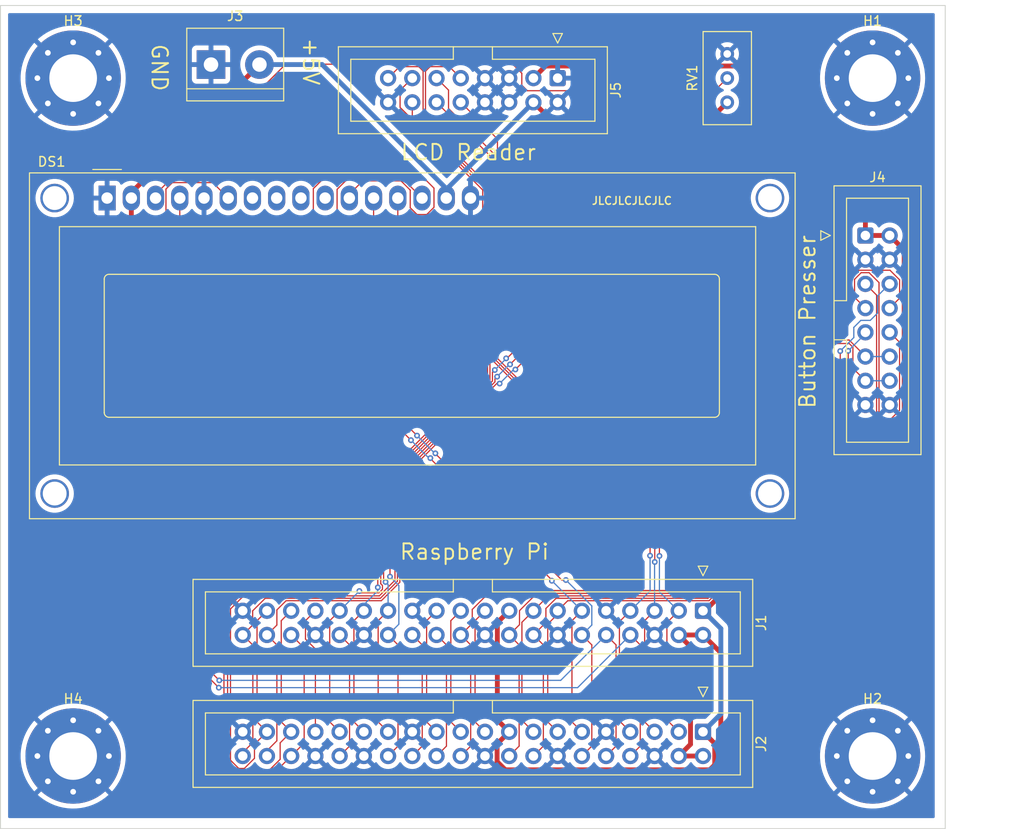
<source format=kicad_pcb>
(kicad_pcb (version 20211014) (generator pcbnew)
  (layers (0 "F.Cu" signal "Front") (31 "B.Cu" signal "Back") (34 "B.Paste" user) (35 "F.Paste" user) (36 "B.SilkS" user "B.Silkscreen") (37 "F.SilkS" user "F.Silkscreen") (38 "B.Mask" user) (39 "F.Mask" user) (44 "Edge.Cuts" user))
  (net 0 "")
  (net 1 "GND")
  (net 2 "+5V")
  (net 3 "Net-(DS1-Pad3)")
  (net 4 "/GPIO15")
  (net 5 "/GPIO14")
  (net 10 "/GPIO16")
  (net 11 "/GPIO17")
  (net 12 "/GPIO18")
  (net 13 "/GPIO19")
  (net 14 "+3V3")
  (net 15 "/GPIO2")
  (net 16 "/GPIO3")
  (net 17 "/GPIO4")
  (net 18 "/GPIO27")
  (net 19 "/GPIO22")
  (net 20 "/GPIO23")
  (net 21 "/GPIO24")
  (net 22 "/GPIO10")
  (net 23 "/GPIO9")
  (net 24 "/GPIO25")
  (net 25 "/GPIO11")
  (net 26 "/GPIO8")
  (net 27 "/GPIO7")
  (net 28 "/GPIO0")
  (net 29 "/GPIO1")
  (net 30 "/GPIO5")
  (net 31 "/GPIO6")
  (net 32 "/GPIO12")
  (net 33 "/GPIO13")
  (net 34 "/GPIO26")
  (net 35 "/GPIO20")
  (net 36 "/GPIO21")
  (footprint "Display:WC1602A" (layer "F.Cu") (at 61.18 70.2025)
    (fp_text reference "DS1")
    (fp_text value "WC1602A")
  )
  (footprint "Connector_IDC:IDC-Header_2x08_P2.54mm_Vertical" (layer "F.Cu") (at 140.6875 74.13)
    (fp_text reference "J4")
    (fp_text value "Conn_02x08_button_passthrough_pi_side")
  )
  (footprint "Connector_IDC:IDC-Header_2x08_P2.54mm_Vertical" (layer "F.Cu") (at 108.42 57.62 -90)
    (fp_text reference "J5")
    (fp_text value "Conn_02x08_lcd_pi_side")
  )
  (footprint "MountingHole:MountingHole_5mm_Pad_Via" (layer "F.Cu") (at 57.62 57.62)
    (fp_text reference "H3")
    (fp_text value "MountingHole_Pad")
  )
  (footprint "TerminalBlock:TerminalBlock_bornier-2_P5.08mm" (layer "F.Cu") (at 72.0726 56.1976)
    (fp_text reference "J3")
    (fp_text value "Screw_Terminal_01x02")
  )
  (footprint "MountingHole:MountingHole_5mm_Pad_Via" (layer "F.Cu") (at 141.44 128.74)
    (fp_text reference "H2")
    (fp_text value "MountingHole_Pad")
  )
  (footprint "MountingHole:MountingHole_5mm_Pad_Via" (layer "F.Cu") (at 57.62 128.74)
    (fp_text reference "H4")
    (fp_text value "MountingHole_Pad")
  )
  (footprint "MountingHole:MountingHole_5mm_Pad_Via" (layer "F.Cu") (at 141.44 57.62)
    (fp_text reference "H1")
    (fp_text value "MountingHole_Pad")
  )
  (footprint "Connector_IDC:IDC-Header_2x20_P2.54mm_Vertical" (layer "F.Cu") (at 123.66 126.2 -90)
    (fp_text reference "J2")
    (fp_text value "Raspberry_Pi_2_3")
  )
  (footprint "Connector_IDC:IDC-Header_2x20_P2.54mm_Vertical" (layer "F.Cu") (at 123.66 113.5 -90)
    (fp_text reference "J1")
    (fp_text value "Raspberry_Pi_2_3")
  )
  (footprint "Potentiometer_THT:Potentiometer_Bourns_3296W_Vertical" (layer "F.Cu") (at 126.2 55.08 90)
    (fp_text reference "RV1")
    (fp_text value "R_Potentiometer_Trim")
  )
  (gr_rect (start 50 50) (end 149.06 136.36) (layer "Edge.Cuts") (width 0.1) (fill none))
  (gr_text "LCD Reader" (at 99.06 65.405) (layer "F.SilkS") (effects (font (size 1.6256 1.6256) (thickness 0.2032))))
  (gr_text "JLCJLCJLCJLC" (at 116.205 70.485) (layer "F.SilkS") (effects (font (size 0.8128 0.8128) (thickness 0.1524))))
  (gr_text "Button Presser" (at 134.62 83.185 90) (layer "F.SilkS") (effects (font (size 1.6256 1.6256) (thickness 0.2032))))
  (gr_text "+5V" (at 82.55 55.88 -90) (layer "F.SilkS") (effects (font (size 1.6256 1.6256) (thickness 0.2032))))
  (gr_text "GND" (at 66.675 56.515 270) (layer "F.SilkS") (effects (font (size 1.6256 1.6256) (thickness 0.2032))))
  (gr_text "Raspberry Pi" (at 99.695 107.315) (layer "F.SilkS") (effects (font (size 1.6256 1.6256) (thickness 0.2032))))
  (segment (start 121.12 128.74) (end 122.351 127.509) (width 0.508) (layer "F.Cu") (net 2))
  (segment (start 125.5268 129.921) (end 124.2822 131.1656) (width 0.508) (layer "F.Cu") (net 2))
  (segment (start 124.2822 131.1656) (end 74.7522 131.1656) (width 0.508) (layer "F.Cu") (net 2))
  (segment (start 125.5268 117.9068) (end 125.5268 129.921) (width 0.508) (layer "F.Cu") (net 2))
  (segment (start 63.72 120.1334) (end 63.72 70.2025) (width 0.508) (layer "F.Cu") (net 2))
  (segment (start 122.351 127.509) (end 122.351 117.271) (width 0.508) (layer "F.Cu") (net 2))
  (segment (start 122.351 117.271) (end 121.12 116.04) (width 0.508) (layer "F.Cu") (net 2))
  (segment (start 123.66 116.04) (end 121.12 116.04) (width 0.508) (layer "F.Cu") (net 2))
  (segment (start 74.7522 131.1656) (end 63.72 120.1334) (width 0.508) (layer "F.Cu") (net 2))
  (segment (start 123.66 128.74) (end 121.12 128.74) (width 0.508) (layer "F.Cu") (net 2))
  (segment (start 126.2 60.16) (end 124.32769 62.03231) (width 0.508) (layer "F.Cu") (net 2))
  (segment (start 123.66 116.04) (end 125.5268 117.9068) (width 0.508) (layer "F.Cu") (net 2))
  (segment (start 107.75231 62.03231) (end 105.88 60.16) (width 0.508) (layer "F.Cu") (net 2))
  (segment (start 63.72 69.6302) (end 77.1526 56.1976) (width 0.508) (layer "F.Cu") (net 2))
  (segment (start 124.32769 62.03231) (end 107.75231 62.03231) (width 0.508) (layer "F.Cu") (net 2))
  (segment (start 96.74 69.2064) (end 83.7312 56.1976) (width 0.508) (layer "B.Cu") (net 2))
  (segment (start 105.88 60.16) (end 96.74 69.3) (width 0.508) (layer "B.Cu") (net 2))
  (segment (start 83.7312 56.1976) (end 77.1526 56.1976) (width 0.508) (layer "B.Cu") (net 2))
  (segment (start 104.6608 58.3566) (end 104.6608 57.112) (width 0.127) (layer "F.Cu") (net 3))
  (segment (start 79.9031 56.1594) (end 66.26 69.8025) (width 0.127) (layer "F.Cu") (net 3))
  (segment (start 105.245 58.9408) (end 104.6608 58.3566) (width 0.127) (layer "F.Cu") (net 3))
  (segment (start 104.6608 57.112) (end 103.7082 56.1594) (width 0.127) (layer "F.Cu") (net 3))
  (segment (start 126.2 57.62) (end 124.8792 58.9408) (width 0.127) (layer "F.Cu") (net 3))
  (segment (start 103.7082 56.1594) (end 79.9031 56.1594) (width 0.127) (layer "F.Cu") (net 3))
  (segment (start 124.8792 58.9408) (end 105.245 58.9408) (width 0.127) (layer "F.Cu") (net 3))
  (segment (start 114.5405 117.0805) (end 113.5 116.04) (width 0.127) (layer "F.Cu") (net 4))
  (segment (start 68.8 70.2025) (end 68.8 116.661) (width 0.127) (layer "F.Cu") (net 4))
  (segment (start 68.8 116.661) (end 72.9414 120.8024) (width 0.127) (layer "F.Cu") (net 4))
  (segment (start 113.5 128.74) (end 114.5405 127.6995) (width 0.127) (layer "F.Cu") (net 4))
  (segment (start 114.5405 127.6995) (end 114.5405 117.0805) (width 0.127) (layer "F.Cu") (net 4))
  (via (at 72.9414 120.8024) (size 0.6) (drill 0.3) (layers "F.Cu" "B.Cu") (net 4))
  (segment (start 108.7376 120.8024) (end 72.9414 120.8024) (width 0.127) (layer "B.Cu") (net 4))
  (segment (start 113.5 116.04) (end 108.7376 120.8024) (width 0.127) (layer "B.Cu") (net 4))
  (segment (start 73.88 70.2025) (end 72.2575 68.58) (width 0.127) (layer "F.Cu") (net 5))
  (segment (start 67.3505 116.026367) (end 72.8906 121.566467) (width 0.127) (layer "F.Cu") (net 5))
  (segment (start 116.04 128.74) (end 117.0805 127.6995) (width 0.127) (layer "F.Cu") (net 5))
  (segment (start 67.3505 69.2555) (end 67.3505 116.026367) (width 0.127) (layer "F.Cu") (net 5))
  (segment (start 72.2575 68.58) (end 68.026 68.58) (width 0.127) (layer "F.Cu") (net 5))
  (segment (start 117.0805 117.0805) (end 116.04 116.04) (width 0.127) (layer "F.Cu") (net 5))
  (segment (start 68.026 68.58) (end 67.3505 69.2555) (width 0.127) (layer "F.Cu") (net 5))
  (segment (start 117.0805 127.6995) (end 117.0805 117.0805) (width 0.127) (layer "F.Cu") (net 5))
  (via (at 72.8906 121.566467) (size 0.6) (drill 0.3) (layers "F.Cu" "B.Cu") (net 5))
  (segment (start 116.04 116.04) (end 110.513533 121.566467) (width 0.127) (layer "B.Cu") (net 5))
  (segment (start 110.513533 121.566467) (end 72.8906 121.566467) (width 0.127) (layer "B.Cu") (net 5))
  (segment (start 93.6752 71.9328) (end 92.964 71.2216) (width 0.127) (layer "F.Cu") (net 10))
  (segment (start 82.804 103.8606) (end 82.804 69.215) (width 0.127) (layer "F.Cu") (net 10))
  (segment (start 91.9988 68.4022) (end 87.9803 68.4022) (width 0.127) (layer "F.Cu") (net 10))
  (segment (start 80.48 128.74) (end 81.841252 127.378748) (width 0.127) (layer "F.Cu") (net 10))
  (segment (start 80.48 128.74) (end 78.498401 130.721599) (width 0.127) (layer "F.Cu") (net 10))
  (segment (start 81.841252 127.378748) (end 81.841252 117.401252) (width 0.127) (layer "F.Cu") (net 10))
  (segment (start 92.964 71.2216) (end 92.964 69.3674) (width 0.127) (layer "F.Cu") (net 10))
  (segment (start 81.841252 117.401252) (end 80.48 116.04) (width 0.127) (layer "F.Cu") (net 10))
  (segment (start 84.1248 67.8942) (end 94.1832 67.8942) (width 0.127) (layer "F.Cu") (net 10))
  (segment (start 92.964 69.3674) (end 91.9988 68.4022) (width 0.127) (layer "F.Cu") (net 10))
  (segment (start 87.9803 68.4022) (end 86.58 69.8025) (width 0.127) (layer "F.Cu") (net 10))
  (segment (start 95.4532 69.1642) (end 95.4532 71.1708) (width 0.127) (layer "F.Cu") (net 10))
  (segment (start 78.498401 130.721599) (end 74.943199 130.721599) (width 0.127) (layer "F.Cu") (net 10))
  (segment (start 74.943199 130.721599) (end 73.4314 129.2098) (width 0.127) (layer "F.Cu") (net 10))
  (segment (start 95.4532 71.1708) (end 94.6912 71.9328) (width 0.127) (layer "F.Cu") (net 10))
  (segment (start 73.4314 129.2098) (end 73.4314 113.2332) (width 0.127) (layer "F.Cu") (net 10))
  (segment (start 94.6912 71.9328) (end 93.6752 71.9328) (width 0.127) (layer "F.Cu") (net 10))
  (segment (start 73.4314 113.2332) (end 82.804 103.8606) (width 0.127) (layer "F.Cu") (net 10))
  (segment (start 86.58 69.8025) (end 86.58 70.2025) (width 0.127) (layer "F.Cu") (net 10))
  (segment (start 94.1832 67.8942) (end 95.4532 69.1642) (width 0.127) (layer "F.Cu") (net 10))
  (segment (start 82.804 69.215) (end 84.1248 67.8942) (width 0.127) (layer "F.Cu") (net 10))
  (segment (start 109.9195 114.5405) (end 110.96 113.5) (width 0.127) (layer "F.Cu") (net 11))
  (segment (start 109.9195 125.1595) (end 109.9195 114.5405) (width 0.127) (layer "F.Cu") (net 11))
  (segment (start 89.12 70.2025) (end 89.12 91.6854) (width 0.127) (layer "F.Cu") (net 11))
  (segment (start 107.8103 110.3503) (end 107.8103 110.2741) (width 0.127) (layer "F.Cu") (net 11))
  (segment (start 89.12 91.6854) (end 93.0402 95.6056) (width 0.127) (layer "F.Cu") (net 11))
  (segment (start 110.96 126.2) (end 109.9195 125.1595) (width 0.127) (layer "F.Cu") (net 11))
  (segment (start 107.8103 110.2741) (end 95.0722 97.536) (width 0.127) (layer "F.Cu") (net 11))
  (segment (start 95.0722 97.536) (end 95.0722 97.4852) (width 0.127) (layer "F.Cu") (net 11))
  (via (at 93.0402 95.6056) (size 0.6) (drill 0.3) (layers "F.Cu" "B.Cu") (net 11))
  (via (at 95.0722 97.4852) (size 0.6) (drill 0.3) (layers "F.Cu" "B.Cu") (net 11))
  (via (at 107.8103 110.3503) (size 0.6) (drill 0.3) (layers "F.Cu" "B.Cu") (net 11))
  (segment (start 95.0722 97.4852) (end 94.9198 97.4852) (width 0.127) (layer "B.Cu") (net 11))
  (segment (start 110.96 113.5) (end 107.8103 110.3503) (width 0.127) (layer "B.Cu") (net 11))
  (segment (start 94.9198 97.4852) (end 93.0402 95.6056) (width 0.127) (layer "B.Cu") (net 11))
  (segment (start 108.8517 110.2741) (end 95.598914 97.021314) (width 0.127) (layer "F.Cu") (net 12))
  (segment (start 110.96 128.74) (end 112.0005 127.6995) (width 0.127) (layer "F.Cu") (net 12))
  (segment (start 112.0005 127.6995) (end 112.0005 117.0805) (width 0.127) (layer "F.Cu") (net 12))
  (segment (start 91.66 93.1078) (end 93.6752 95.123) (width 0.127) (layer "F.Cu") (net 12))
  (segment (start 91.66 70.2025) (end 91.66 93.1078) (width 0.127) (layer "F.Cu") (net 12))
  (segment (start 109.2835 110.2741) (end 108.8517 110.2741) (width 0.127) (layer "F.Cu") (net 12))
  (segment (start 95.598914 97.021314) (end 95.598914 96.984822) (width 0.127) (layer "F.Cu") (net 12))
  (segment (start 112.0005 117.0805) (end 110.96 116.04) (width 0.127) (layer "F.Cu") (net 12))
  (via (at 95.598914 96.984822) (size 0.6) (drill 0.3) (layers "F.Cu" "B.Cu") (net 12))
  (via (at 109.2835 110.2741) (size 0.6) (drill 0.3) (layers "F.Cu" "B.Cu") (net 12))
  (via (at 93.6752 95.123) (size 0.6) (drill 0.3) (layers "F.Cu" "B.Cu") (net 12))
  (segment (start 112.0005 112.9911) (end 109.2835 110.2741) (width 0.127) (layer "B.Cu") (net 12))
  (segment (start 112.0005 114.9995) (end 112.0005 112.9911) (width 0.127) (layer "B.Cu") (net 12))
  (segment (start 93.6752 95.123) (end 95.537022 96.984822) (width 0.127) (layer "B.Cu") (net 12))
  (segment (start 95.537022 96.984822) (end 95.598914 96.984822) (width 0.127) (layer "B.Cu") (net 12))
  (segment (start 110.96 116.04) (end 112.0005 114.9995) (width 0.127) (layer "B.Cu") (net 12))
  (segment (start 86.435701 68.148699) (end 92.146199 68.148699) (width 0.127) (layer "F.Cu") (net 13))
  (segment (start 85.2932 69.2912) (end 86.435701 68.148699) (width 0.127) (layer "F.Cu") (net 13))
  (segment (start 77.9526 130.4544) (end 75.034504 130.4544) (width 0.127) (layer "F.Cu") (net 13))
  (segment (start 73.8124 113.2332) (end 85.2932 101.7524) (width 0.127) (layer "F.Cu") (net 13))
  (segment (start 80.48 126.2) (end 79.3242 127.3558) (width 0.127) (layer "F.Cu") (net 13))
  (segment (start 80.48 126.2) (end 79.4395 125.1595) (width 0.127) (layer "F.Cu") (net 13))
  (segment (start 92.146199 68.148699) (end 94.2 70.2025) (width 0.127) (layer "F.Cu") (net 13))
  (segment (start 73.8124 129.232296) (end 73.8124 113.2332) (width 0.127) (layer "F.Cu") (net 13))
  (segment (start 79.4395 114.5405) (end 80.48 113.5) (width 0.127) (layer "F.Cu") (net 13))
  (segment (start 75.034504 130.4544) (end 73.8124 129.232296) (width 0.127) (layer "F.Cu") (net 13))
  (segment (start 79.4395 125.1595) (end 79.4395 114.5405) (width 0.127) (layer "F.Cu") (net 13))
  (segment (start 85.2932 101.7524) (end 85.2932 69.2912) (width 0.127) (layer "F.Cu") (net 13))
  (segment (start 79.3242 127.3558) (end 79.3242 129.0828) (width 0.127) (layer "F.Cu") (net 13))
  (segment (start 79.3242 129.0828) (end 77.9526 130.4544) (width 0.127) (layer "F.Cu") (net 13))
  (segment (start 144.7546 92.610024) (end 144.7546 75.6571) (width 0.508) (layer "F.Cu") (net 14))
  (segment (start 102.0954 114.7446) (end 103.34 113.5) (width 0.508) (layer "F.Cu") (net 14))
  (segment (start 127.089 56.35) (end 107.15 56.35) (width 0.508) (layer "F.Cu") (net 14))
  (segment (start 123.864624 113.5) (end 144.7546 92.610024) (width 0.508) (layer "F.Cu") (net 14))
  (segment (start 143.2275 74.13) (end 140.6875 74.13) (width 0.508) (layer "F.Cu") (net 14))
  (segment (start 144.7546 75.6571) (end 143.2275 74.13) (width 0.508) (layer "F.Cu") (net 14))
  (segment (start 102.9336 130.1878) (end 102.07 129.3242) (width 0.508) (layer "F.Cu") (net 14))
  (segment (start 140.6875 74.13) (end 140.6875 69.9485) (width 0.508) (layer "F.Cu") (net 14))
  (segment (start 102.07 127.47) (end 103.34 126.2) (width 0.508) (layer "F.Cu") (net 14))
  (segment (start 107.15 56.35) (end 105.88 57.62) (width 0.508) (layer "F.Cu") (net 14))
  (segment (start 124.892299 127.432299) (end 124.892299 129.658181) (width 0.508) (layer "F.Cu") (net 14))
  (segment (start 102.0954 124.9554) (end 102.0954 114.7446) (width 0.508) (layer "F.Cu") (net 14))
  (segment (start 102.07 129.3242) (end 102.07 127.47) (width 0.508) (layer "F.Cu") (net 14))
  (segment (start 123.66 126.2) (end 124.892299 127.432299) (width 0.508) (layer "F.Cu") (net 14))
  (segment (start 140.6875 69.9485) (end 127.089 56.35) (width 0.508) (layer "F.Cu") (net 14))
  (segment (start 124.36268 130.1878) (end 102.9336 130.1878) (width 0.508) (layer "F.Cu") (net 14))
  (segment (start 103.34 126.2) (end 102.0954 124.9554) (width 0.508) (layer "F.Cu") (net 14))
  (segment (start 124.892299 129.658181) (end 124.36268 130.1878) (width 0.508) (layer "F.Cu") (net 14))
  (segment (start 123.66 113.5) (end 125.53231 115.37231) (width 0.508) (layer "B.Cu") (net 14))
  (segment (start 125.53231 115.37231) (end 125.53231 124.32769) (width 0.508) (layer "B.Cu") (net 14))
  (segment (start 125.53231 124.32769) (end 123.66 126.2) (width 0.508) (layer "B.Cu") (net 14))
  (segment (start 119.09 104.009565) (end 102.108 87.027565) (width 0.127) (layer "F.Cu") (net 15))
  (segment (start 119.8754 114.7446) (end 121.12 113.5) (width 0.127) (layer "F.Cu") (net 15))
  (segment (start 102.108 87.027565) (end 102.108 64.008) (width 0.127) (layer "F.Cu") (net 15))
  (segment (start 121.12 126.2) (end 119.8754 124.9554) (width 0.127) (layer "F.Cu") (net 15))
  (segment (start 119.8754 124.9554) (end 119.8754 114.7446) (width 0.127) (layer "F.Cu") (net 15))
  (segment (start 102.108 64.008) (end 98.26 60.16) (width 0.127) (layer "F.Cu") (net 15))
  (segment (start 119.09 107.7468) (end 119.09 104.009565) (width 0.127) (layer "F.Cu") (net 15))
  (via (at 119.09 107.7468) (size 0.6) (drill 0.3) (layers "F.Cu" "B.Cu") (net 15))
  (segment (start 121.0692 113.5) (end 119.09 111.5208) (width 0.127) (layer "B.Cu") (net 15))
  (segment (start 119.09 111.5208) (end 119.09 107.7468) (width 0.127) (layer "B.Cu") (net 15))
  (segment (start 117.5395 125.1595) (end 117.5395 114.5405) (width 0.127) (layer "F.Cu") (net 16))
  (segment (start 96.9772 58.8772) (end 95.72 57.62) (width 0.127) (layer "F.Cu") (net 16))
  (segment (start 118.58 126.2) (end 117.5395 125.1595) (width 0.127) (layer "F.Cu") (net 16))
  (segment (start 118.6 103.878069) (end 101.854499 87.132568) (width 0.127) (layer "F.Cu") (net 16))
  (segment (start 117.5395 114.5405) (end 118.58 113.5) (width 0.127) (layer "F.Cu") (net 16))
  (segment (start 101.854499 87.132568) (end 101.854499 65.684899) (width 0.127) (layer "F.Cu") (net 16))
  (segment (start 96.9772 60.8076) (end 96.9772 58.8772) (width 0.127) (layer "F.Cu") (net 16))
  (segment (start 118.6 108.382022) (end 118.6 103.878069) (width 0.127) (layer "F.Cu") (net 16))
  (segment (start 101.854499 65.684899) (end 96.9772 60.8076) (width 0.127) (layer "F.Cu") (net 16))
  (via (at 118.6 108.382022) (size 0.6) (drill 0.3) (layers "F.Cu" "B.Cu") (net 16))
  (segment (start 118.58 108.402022) (end 118.6 108.382022) (width 0.127) (layer "B.Cu") (net 16))
  (segment (start 118.58 113.5) (end 118.58 108.402022) (width 0.127) (layer "B.Cu") (net 16))
  (segment (start 118.11 103.746573) (end 101.600998 87.237571) (width 0.127) (layer "F.Cu") (net 17))
  (segment (start 116.04 126.2) (end 114.897 125.057) (width 0.127) (layer "F.Cu") (net 17))
  (segment (start 114.897 114.643) (end 116.04 113.5) (width 0.127) (layer "F.Cu") (net 17))
  (segment (start 101.600998 66.040998) (end 95.72 60.16) (width 0.127) (layer "F.Cu") (net 17))
  (segment (start 101.600998 87.237571) (end 101.600998 66.040998) (width 0.127) (layer "F.Cu") (net 17))
  (segment (start 114.897 125.057) (end 114.897 114.643) (width 0.127) (layer "F.Cu") (net 17))
  (segment (start 118.11 107.7214) (end 118.11 103.746573) (width 0.127) (layer "F.Cu") (net 17))
  (via (at 118.11 107.7214) (size 0.6) (drill 0.3) (layers "F.Cu" "B.Cu") (net 17))
  (segment (start 118.11 111.4298) (end 118.11 107.7214) (width 0.127) (layer "B.Cu") (net 17))
  (segment (start 116.04 113.4998) (end 118.11 111.4298) (width 0.127) (layer "B.Cu") (net 17))
  (segment (start 107.3795 125.1595) (end 107.3795 114.899005) (width 0.127) (layer "F.Cu") (net 18))
  (segment (start 108.42 126.2) (end 107.3795 125.1595) (width 0.127) (layer "F.Cu") (net 18))
  (segment (start 107.3795 114.899005) (end 108.42 113.858505) (width 0.127) (layer "F.Cu") (net 18))
  (segment (start 144.268 92.468712) (end 144.268 85.3305) (width 0.127) (layer "F.Cu") (net 18))
  (segment (start 124.291411 112.445301) (end 144.268 92.468712) (width 0.127) (layer "F.Cu") (net 18))
  (segment (start 109.474699 112.445301) (end 124.291411 112.445301) (width 0.127) (layer "F.Cu") (net 18))
  (segment (start 144.268 85.3305) (end 143.2275 84.29) (width 0.127) (layer "F.Cu") (net 18))
  (segment (start 108.42 113.5) (end 109.474699 112.445301) (width 0.127) (layer "F.Cu") (net 18))
  (segment (start 124.082403 111.937301) (end 139.623301 96.396403) (width 0.127) (layer "F.Cu") (net 19))
  (segment (start 139.623301 96.396403) (end 139.623301 96.343979) (width 0.127) (layer "F.Cu") (net 19))
  (segment (start 105.88 126.2) (end 104.672901 124.992901) (width 0.127) (layer "F.Cu") (net 19))
  (segment (start 104.672901 124.992901) (end 104.672901 114.707099) (width 0.127) (layer "F.Cu") (net 19))
  (segment (start 141.859499 80.381999) (end 140.6875 79.21) (width 0.127) (layer "F.Cu") (net 19))
  (segment (start 139.623301 96.343979) (end 141.859499 94.107781) (width 0.127) (layer "F.Cu") (net 19))
  (segment (start 141.859499 94.107781) (end 141.859499 80.381999) (width 0.127) (layer "F.Cu") (net 19))
  (segment (start 107.442699 111.937301) (end 124.082403 111.937301) (width 0.127) (layer "F.Cu") (net 19))
  (segment (start 104.672901 114.707099) (end 105.88 113.5) (width 0.127) (layer "F.Cu") (net 19))
  (segment (start 105.88 113.5) (end 107.442699 111.937301) (width 0.127) (layer "F.Cu") (net 19))
  (segment (start 107.188 113.26051) (end 108.257209 112.191301) (width 0.127) (layer "F.Cu") (net 20))
  (segment (start 106.9205 117.0805) (end 105.88 116.04) (width 0.127) (layer "F.Cu") (net 20))
  (segment (start 139.876802 96.501406) (end 139.876802 96.448982) (width 0.127) (layer "F.Cu") (net 20))
  (segment (start 105.88 128.74) (end 106.9205 127.6995) (width 0.127) (layer "F.Cu") (net 20))
  (segment (start 108.257209 112.191301) (end 124.134484 112.191301) (width 0.127) (layer "F.Cu") (net 20))
  (segment (start 139.876802 96.448982) (end 142.113 94.212784) (width 0.127) (layer "F.Cu") (net 20))
  (segment (start 105.88 116.04) (end 107.188 114.732) (width 0.127) (layer "F.Cu") (net 20))
  (segment (start 107.188 114.732) (end 107.188 113.26051) (width 0.127) (layer "F.Cu") (net 20))
  (segment (start 142.113 79.0702) (end 141.0716 78.0288) (width 0.127) (layer "F.Cu") (net 20))
  (segment (start 140.247552 78.0288) (end 139.5476 78.728752) (width 0.127) (layer "F.Cu") (net 20))
  (segment (start 124.187406 112.190802) (end 139.876802 96.501406) (width 0.127) (layer "F.Cu") (net 20))
  (segment (start 124.134983 112.190802) (end 124.187406 112.190802) (width 0.127) (layer "F.Cu") (net 20))
  (segment (start 139.5476 78.728752) (end 139.5476 80.6101) (width 0.127) (layer "F.Cu") (net 20))
  (segment (start 106.9205 127.6995) (end 106.9205 117.0805) (width 0.127) (layer "F.Cu") (net 20))
  (segment (start 142.113 94.212784) (end 142.113 79.0702) (width 0.127) (layer "F.Cu") (net 20))
  (segment (start 141.0716 78.0288) (end 140.247552 78.0288) (width 0.127) (layer "F.Cu") (net 20))
  (segment (start 139.5476 80.6101) (end 140.6875 81.75) (width 0.127) (layer "F.Cu") (net 20))
  (segment (start 124.134484 112.191301) (end 124.134983 112.190802) (width 0.127) (layer "F.Cu") (net 20))
  (segment (start 106.22471 111.6838) (end 123.9774 111.6838) (width 0.127) (layer "F.Cu") (net 21))
  (segment (start 104.3805 127.6995) (end 104.3805 117.0805) (width 0.127) (layer "F.Cu") (net 21))
  (segment (start 104.4194 114.9606) (end 104.4194 113.48911) (width 0.127) (layer "F.Cu") (net 21))
  (segment (start 103.34 128.74) (end 104.3805 127.6995) (width 0.127) (layer "F.Cu") (net 21))
  (segment (start 103.34 116.04) (end 104.4194 114.9606) (width 0.127) (layer "F.Cu") (net 21))
  (segment (start 138.8872 96.774) (end 138.8872 86.233) (width 0.127) (layer "F.Cu") (net 21))
  (segment (start 104.3805 117.0805) (end 103.34 116.04) (width 0.127) (layer "F.Cu") (net 21))
  (segment (start 104.4194 113.48911) (end 106.22471 111.6838) (width 0.127) (layer "F.Cu") (net 21))
  (segment (start 123.9774 111.6838) (end 138.8872 96.774) (width 0.127) (layer "F.Cu") (net 21))
  (via (at 138.8872 86.233) (size 0.6) (drill 0.3) (layers "F.Cu" "B.Cu") (net 21))
  (segment (start 140.6875 84.4327) (end 138.8872 86.233) (width 0.127) (layer "B.Cu") (net 21))
  (segment (start 99.7595 125.1595) (end 99.7595 114.5405) (width 0.127) (layer "F.Cu") (net 22))
  (segment (start 99.7595 114.5405) (end 100.8 113.5) (width 0.127) (layer "F.Cu") (net 22))
  (segment (start 100.8 126.2) (end 99.7595 125.1595) (width 0.127) (layer "F.Cu") (net 22))
  (segment (start 97.2195 114.5405) (end 98.26 113.5) (width 0.127) (layer "F.Cu") (net 23))
  (segment (start 98.26 126.2) (end 97.2195 125.1595) (width 0.127) (layer "F.Cu") (net 23))
  (segment (start 97.2195 125.1595) (end 97.2195 114.5405) (width 0.127) (layer "F.Cu") (net 23))
  (segment (start 99.3005 117.0805) (end 98.26 116.04) (width 0.127) (layer "F.Cu") (net 24))
  (segment (start 138.049 97.2312) (end 138.049 86.2584) (width 0.127) (layer "F.Cu") (net 24))
  (segment (start 99.4664 114.8336) (end 99.4664 113.36211) (width 0.127) (layer "F.Cu") (net 24))
  (segment (start 123.9012 111.379) (end 138.049 97.2312) (width 0.127) (layer "F.Cu") (net 24))
  (segment (start 98.26 116.04) (end 99.4664 114.8336) (width 0.127) (layer "F.Cu") (net 24))
  (segment (start 99.3005 127.6995) (end 99.3005 117.0805) (width 0.127) (layer "F.Cu") (net 24))
  (segment (start 98.26 128.74) (end 99.3005 127.6995) (width 0.127) (layer "F.Cu") (net 24))
  (segment (start 99.4664 113.36211) (end 101.44951 111.379) (width 0.127) (layer "F.Cu") (net 24))
  (segment (start 101.44951 111.379) (end 123.9012 111.379) (width 0.127) (layer "F.Cu") (net 24))
  (via (at 138.049 86.2584) (size 0.6) (drill 0.3) (layers "F.Cu" "B.Cu") (net 24))
  (segment (start 141.9606 80.4769) (end 141.9606 82.2706) (width 0.127) (layer "B.Cu") (net 24))
  (segment (start 139.4714 83.7692) (end 139.4714 84.836) (width 0.127) (layer "B.Cu") (net 24))
  (segment (start 141.9606 82.2706) (end 141.1986 83.0326) (width 0.127) (layer "B.Cu") (net 24))
  (segment (start 139.4714 84.836) (end 138.049 86.2584) (width 0.127) (layer "B.Cu") (net 24))
  (segment (start 141.1986 83.0326) (end 140.208 83.0326) (width 0.127) (layer "B.Cu") (net 24))
  (segment (start 143.2275 79.21) (end 141.9606 80.4769) (width 0.127) (layer "B.Cu") (net 24))
  (segment (start 140.208 83.0326) (end 139.4714 83.7692) (width 0.127) (layer "B.Cu") (net 24))
  (segment (start 94.6795 114.5405) (end 95.72 113.5) (width 0.127) (layer "F.Cu") (net 25))
  (segment (start 94.6795 125.1595) (end 94.6795 114.5405) (width 0.127) (layer "F.Cu") (net 25))
  (segment (start 95.72 126.2) (end 94.6795 125.1595) (width 0.127) (layer "F.Cu") (net 25))
  (segment (start 95.72 128.74) (end 96.7605 127.6995) (width 0.127) (layer "F.Cu") (net 26))
  (segment (start 96.7605 127.6995) (end 96.7605 117.0805) (width 0.127) (layer "F.Cu") (net 26))
  (segment (start 96.7605 117.0805) (end 95.72 116.04) (width 0.127) (layer "F.Cu") (net 26))
  (segment (start 94.2205 117.0805) (end 93.18 116.04) (width 0.127) (layer "F.Cu") (net 27))
  (segment (start 93.18 128.74) (end 94.2205 127.6995) (width 0.127) (layer "F.Cu") (net 27))
  (segment (start 94.2205 127.6995) (end 94.2205 117.0805) (width 0.127) (layer "F.Cu") (net 27))
  (segment (start 94.310699 56.871099) (end 94.310699 62.385803) (width 0.127) (layer "F.Cu") (net 28))
  (segment (start 90.64 57.62) (end 91.847099 56.412901) (width 0.127) (layer "F.Cu") (net 28))
  (segment (start 89.5995 125.1595) (end 89.5995 114.5405) (width 0.127) (layer "F.Cu") (net 28))
  (segment (start 93.852501 56.412901) (end 94.310699 56.871099) (width 0.127) (layer "F.Cu") (net 28))
  (segment (start 90.17 110.27247) (end 90.375706 110.478176) (width 0.127) (layer "F.Cu") (net 28))
  (segment (start 90.17 100.089784) (end 90.17 110.27247) (width 0.127) (layer "F.Cu") (net 28))
  (segment (start 91.847099 56.412901) (end 93.852501 56.412901) (width 0.127) (layer "F.Cu") (net 28))
  (segment (start 101.067099 69.142203) (end 101.067099 89.192685) (width 0.127) (layer "F.Cu") (net 28))
  (segment (start 89.5995 114.5405) (end 90.64 113.5) (width 0.127) (layer "F.Cu") (net 28))
  (segment (start 94.310699 62.385803) (end 101.067099 69.142203) (width 0.127) (layer "F.Cu") (net 28))
  (segment (start 90.64 126.2) (end 89.5995 125.1595) (width 0.127) (layer "F.Cu") (net 28))
  (segment (start 101.067099 89.192685) (end 90.17 100.089784) (width 0.127) (layer "F.Cu") (net 28))
  (via (at 90.375706 110.478176) (size 0.6) (drill 0.3) (layers "F.Cu" "B.Cu") (net 28))
  (segment (start 90.64 110.74247) (end 90.375706 110.478176) (width 0.127) (layer "B.Cu") (net 28))
  (segment (start 90.64 113.5) (end 90.64 110.74247) (width 0.127) (layer "B.Cu") (net 28))
  (segment (start 94.5642 56.896) (end 94.5642 62.2808) (width 0.127) (layer "F.Cu") (net 29))
  (segment (start 94.5642 62.2808) (end 101.3206 69.0372) (width 0.127) (layer "F.Cu") (net 29))
  (segment (start 90.64 128.74) (end 91.6805 127.6995) (width 0.127) (layer "F.Cu") (net 29))
  (segment (start 101.3206 89.297688) (end 90.841108 99.77718) (width 0.127) (layer "F.Cu") (net 29))
  (segment (start 97.052901 56.412901) (end 95.047299 56.412901) (width 0.127) (layer "F.Cu") (net 29))
  (segment (start 91.6805 127.6995) (end 91.6805 117.0805) (width 0.127) (layer "F.Cu") (net 29))
  (segment (start 90.841108 99.77718) (end 90.841108 109.920317) (width 0.127) (layer "F.Cu") (net 29))
  (segment (start 91.6805 117.0805) (end 90.64 116.04) (width 0.127) (layer "F.Cu") (net 29))
  (segment (start 98.26 57.62) (end 97.052901 56.412901) (width 0.127) (layer "F.Cu") (net 29))
  (segment (start 101.3206 69.0372) (end 101.3206 89.297688) (width 0.127) (layer "F.Cu") (net 29))
  (segment (start 95.047299 56.412901) (end 94.5642 56.896) (width 0.127) (layer "F.Cu") (net 29))
  (via (at 90.841108 109.920317) (size 0.6) (drill 0.3) (layers "F.Cu" "B.Cu") (net 29))
  (segment (start 91.7702 110.849409) (end 90.841108 109.920317) (width 0.127) (layer "B.Cu") (net 29))
  (segment (start 90.64 116.04) (end 91.7702 114.9098) (width 0.127) (layer "B.Cu") (net 29))
  (segment (start 91.7702 114.9098) (end 91.7702 110.849409) (width 0.127) (layer "B.Cu") (net 29))
  (segment (start 93.18 57.62) (end 91.8972 58.9028) (width 0.127) (layer "F.Cu") (net 30))
  (segment (start 100.560097 69.352209) (end 100.560097 88.982679) (width 0.127) (layer "F.Cu") (net 30))
  (segment (start 91.8972 58.9028) (end 91.8972 60.689313) (width 0.127) (layer "F.Cu") (net 30))
  (segment (start 88.1 126.2) (end 87.0595 125.1595) (width 0.127) (layer "F.Cu") (net 30))
  (segment (start 89.5604 99.982376) (end 89.5604 111.0488) (width 0.127) (layer "F.Cu") (net 30))
  (segment (start 87.0595 125.1595) (end 87.0595 114.5405) (width 0.127) (layer "F.Cu") (net 30))
  (segment (start 100.560097 88.982679) (end 89.5604 99.982376) (width 0.127) (layer "F.Cu") (net 30))
  (segment (start 91.8972 60.689313) (end 100.560097 69.352209) (width 0.127) (layer "F.Cu") (net 30))
  (segment (start 87.0595 114.5405) (end 88.1 113.5) (width 0.127) (layer "F.Cu") (net 30))
  (via (at 89.5604 111.0488) (size 0.6) (drill 0.3) (layers "F.Cu" "B.Cu") (net 30))
  (segment (start 88.1 112.865) (end 89.5604 111.4046) (width 0.127) (layer "B.Cu") (net 30))
  (segment (start 89.5604 111.4046) (end 89.5604 111.0488) (width 0.127) (layer "B.Cu") (net 30))
  (segment (start 84.5195 114.5405) (end 85.56 113.5) (width 0.127) (layer "F.Cu") (net 31))
  (segment (start 100.813598 69.247206) (end 100.813598 89.087682) (width 0.127) (layer "F.Cu") (net 31))
  (segment (start 89.8726 110.668035) (end 90.0504 110.845835) (width 0.127) (layer "F.Cu") (net 31))
  (segment (start 93.18 61.613609) (end 100.813598 69.247206) (width 0.127) (layer "F.Cu") (net 31))
  (segment (start 85.56 126.2) (end 84.5195 125.1595) (width 0.127) (layer "F.Cu") (net 31))
  (segment (start 84.5195 125.1595) (end 84.5195 114.5405) (width 0.127) (layer "F.Cu") (net 31))
  (segment (start 93.18 60.16) (end 93.18 61.613609) (width 0.127) (layer "F.Cu") (net 31))
  (segment (start 89.8726 100.02868) (end 89.8726 110.668035) (width 0.127) (layer "F.Cu") (net 31))
  (segment (start 90.0504 111.251765) (end 89.687165 111.615) (width 0.127) (layer "F.Cu") (net 31))
  (segment (start 90.0504 110.845835) (end 90.0504 111.251765) (width 0.127) (layer "F.Cu") (net 31))
  (segment (start 100.813598 89.087682) (end 89.8726 100.02868) (width 0.127) (layer "F.Cu") (net 31))
  (segment (start 89.687165 111.615) (end 87.8152 111.615) (width 0.127) (layer "F.Cu") (net 31))
  (segment (start 87.8152 111.615) (end 87.63 111.4298) (width 0.127) (layer "F.Cu") (net 31))
  (via (at 87.63 111.4298) (size 0.6) (drill 0.3) (layers "F.Cu" "B.Cu") (net 31))
  (segment (start 87.63 111.43) (end 87.63 111.4298) (width 0.127) (layer "B.Cu") (net 31))
  (segment (start 85.56 113.5) (end 87.63 111.43) (width 0.127) (layer "B.Cu") (net 31))
  (segment (start 86.6005 117.0805) (end 85.56 116.04) (width 0.127) (layer "F.Cu") (net 32))
  (segment (start 85.56 128.74) (end 86.6005 127.6995) (width 0.127) (layer "F.Cu") (net 32))
  (segment (start 86.6005 127.6995) (end 86.6005 117.0805) (width 0.127) (layer "F.Cu") (net 32))
  (segment (start 81.9795 114.5405) (end 83.02 113.5) (width 0.127) (layer "F.Cu") (net 33))
  (segment (start 81.9795 116.47099) (end 81.9795 114.5405) (width 0.127) (layer "F.Cu") (net 33))
  (segment (start 83.02 117.51149) (end 81.9795 116.47099) (width 0.127) (layer "F.Cu") (net 33))
  (segment (start 83.02 126.2) (end 83.02 117.51149) (width 0.127) (layer "F.Cu") (net 33))
  (segment (start 89.722455 111.938214) (end 91.3638 110.296869) (width 0.127) (layer "F.Cu") (net 34))
  (segment (start 76.8995 114.5405) (end 77.94 113.5) (width 0.127) (layer "F.Cu") (net 34))
  (segment (start 74.986608 130.048) (end 74.1172 129.178592) (width 0.127) (layer "F.Cu") (net 34))
  (segment (start 77.94 126.2) (end 76.8995 125.1595) (width 0.127) (layer "F.Cu") (net 34))
  (segment (start 143.2275 81.75) (end 144.272 80.7055) (width 0.127) (layer "F.Cu") (net 34))
  (segment (start 75.56349 130.048) (end 74.986608 130.048) (width 0.127) (layer "F.Cu") (net 34))
  (segment (start 144.272 80.7055) (end 144.272 78.78301) (width 0.127) (layer "F.Cu") (net 34))
  (segment (start 101.583361 88.484839) (end 101.8286 88.2396) (width 0.127) (layer "F.Cu") (net 34))
  (segment (start 76.6318 127.5082) (end 76.6318 128.97969) (width 0.127) (layer "F.Cu") (net 34))
  (segment (start 103.0986 87.0204) (end 103.0224 87.0204) (width 0.127) (layer "F.Cu") (net 34))
  (segment (start 75.488386 111.938214) (end 89.722455 111.938214) (width 0.127) (layer "F.Cu") (net 34))
  (segment (start 105.283 84.836) (end 103.0986 87.0204) (width 0.127) (layer "F.Cu") (net 34))
  (segment (start 91.3638 99.612992) (end 101.583361 89.393431) (width 0.127) (layer "F.Cu") (net 34))
  (segment (start 74.1172 129.178592) (end 74.1172 113.3094) (width 0.127) (layer "F.Cu") (net 34))
  (segment (start 143.264289 77.775299) (end 139.521701 77.775299) (width 0.127) (layer "F.Cu") (net 34))
  (segment (start 74.1172 113.3094) (end 75.488386 111.938214) (width 0.127) (layer "F.Cu") (net 34))
  (segment (start 91.3638 110.296869) (end 91.3638 99.612992) (width 0.127) (layer "F.Cu") (net 34))
  (segment (start 101.583361 89.393431) (end 101.583361 88.484839) (width 0.127) (layer "F.Cu") (net 34))
  (segment (start 139.521701 77.775299) (end 132.461 84.836) (width 0.127) (layer "F.Cu") (net 34))
  (segment (start 132.461 84.836) (end 105.283 84.836) (width 0.127) (layer "F.Cu") (net 34))
  (segment (start 77.94 126.2) (end 76.6318 127.5082) (width 0.127) (layer "F.Cu") (net 34))
  (segment (start 76.8995 125.1595) (end 76.8995 114.5405) (width 0.127) (layer "F.Cu") (net 34))
  (segment (start 144.272 78.78301) (end 143.264289 77.775299) (width 0.127) (layer "F.Cu") (net 34))
  (segment (start 76.6318 128.97969) (end 75.56349 130.048) (width 0.127) (layer "F.Cu") (net 34))
  (via (at 103.0224 87.0204) (size 0.6) (drill 0.3) (layers "F.Cu" "B.Cu") (net 34))
  (via (at 101.8286 88.2396) (size 0.6) (drill 0.3) (layers "F.Cu" "B.Cu") (net 34))
  (segment (start 103.0224 87.0458) (end 103.0224 87.0204) (width 0.127) (layer "B.Cu") (net 34))
  (segment (start 101.8286 88.2396) (end 103.0224 87.0458) (width 0.127) (layer "B.Cu") (net 34))
  (segment (start 77.94 116.04) (end 78.9805 114.9995) (width 0.127) (layer "F.Cu") (net 35))
  (segment (start 139.3772 85.852235) (end 138.988565 85.4636) (width 0.127) (layer "F.Cu") (net 35))
  (segment (start 91.870802 110.506876) (end 91.870802 99.822998) (width 0.127) (layer "F.Cu") (net 35))
  (segment (start 78.9805 114.9995) (end 78.9805 113.412073) (width 0.127) (layer "F.Cu") (net 35))
  (segment (start 139.3772 88.0597) (end 139.3772 85.852235) (width 0.127) (layer "F.Cu") (net 35))
  (segment (start 138.988565 85.4636) (end 106.7128 85.4636) (width 0.127) (layer "F.Cu") (net 35))
  (segment (start 77.94 128.74) (end 77.94 128.181) (width 0.127) (layer "F.Cu") (net 35))
  (segment (start 140.6875 89.37) (end 139.3772 88.0597) (width 0.127) (layer "F.Cu") (net 35))
  (segment (start 77.94 128.181) (end 78.9805 127.1405) (width 0.127) (layer "F.Cu") (net 35))
  (segment (start 78.9805 113.412073) (end 79.947357 112.445216) (width 0.127) (layer "F.Cu") (net 35))
  (segment (start 79.947357 112.445216) (end 89.932462 112.445216) (width 0.127) (layer "F.Cu") (net 35))
  (segment (start 106.7128 85.4636) (end 103.9876 88.1888) (width 0.127) (layer "F.Cu") (net 35))
  (segment (start 78.9805 127.1405) (end 78.9805 117.0805) (width 0.127) (layer "F.Cu") (net 35))
  (segment (start 78.9805 117.0805) (end 77.94 116.04) (width 0.127) (layer "F.Cu") (net 35))
  (segment (start 102.0318 89.662) (end 102.3366 89.662) (width 0.127) (layer "F.Cu") (net 35))
  (segment (start 89.932462 112.445216) (end 91.870802 110.506876) (width 0.127) (layer "F.Cu") (net 35))
  (segment (start 91.870802 99.822998) (end 102.0318 89.662) (width 0.127) (layer "F.Cu") (net 35))
  (via (at 103.9876 88.1888) (size 0.6) (drill 0.3) (layers "F.Cu" "B.Cu") (net 35))
  (via (at 102.3366 89.662) (size 0.6) (drill 0.3) (layers "F.Cu" "B.Cu") (net 35))
  (segment (start 103.8098 88.1888) (end 103.9876 88.1888) (width 0.127) (layer "B.Cu") (net 35))
  (segment (start 102.3366 89.662) (end 103.8098 88.1888) (width 0.127) (layer "B.Cu") (net 35))
  (segment (start 140.6875 89.37) (end 143.2275 89.37) (width 0.127) (layer "B.Cu") (net 35))
  (segment (start 76.4405 113.508334) (end 77.757119 112.191715) (width 0.127) (layer "F.Cu") (net 36))
  (segment (start 91.617301 110.401873) (end 91.617301 99.717995) (width 0.127) (layer "F.Cu") (net 36))
  (segment (start 76.4614 117.1014) (end 75.4 116.04) (width 0.127) (layer "F.Cu") (net 36))
  (segment (start 76.4614 127.320096) (end 76.4614 117.1014) (width 0.127) (layer "F.Cu") (net 36))
  (segment (start 75.4 128.381496) (end 76.4614 127.320096) (width 0.127) (layer "F.Cu") (net 36))
  (segment (start 91.617301 99.717995) (end 101.8466 89.488696) (width 0.127) (layer "F.Cu") (net 36))
  (segment (start 140.6875 86.804031) (end 138.979978 85.096509) (width 0.127) (layer "F.Cu") (net 36))
  (segment (start 89.827459 112.191715) (end 91.617301 110.401873) (width 0.127) (layer "F.Cu") (net 36))
  (segment (start 138.979978 85.096509) (end 105.987691 85.096509) (width 0.127) (layer "F.Cu") (net 36))
  (segment (start 76.4405 114.9995) (end 76.4405 113.508334) (width 0.127) (layer "F.Cu") (net 36))
  (segment (start 101.8466 89.1659) (end 102.073361 88.939139) (width 0.127) (layer "F.Cu") (net 36))
  (segment (start 101.8466 89.488696) (end 101.8466 89.1659) (width 0.127) (layer "F.Cu") (net 36))
  (segment (start 105.987691 85.096509) (end 103.4288 87.6554) (width 0.127) (layer "F.Cu") (net 36))
  (segment (start 75.4 116.04) (end 76.4405 114.9995) (width 0.127) (layer "F.Cu") (net 36))
  (segment (start 77.757119 112.191715) (end 89.827459 112.191715) (width 0.127) (layer "F.Cu") (net 36))
  (via (at 103.4288 87.6554) (size 0.6) (drill 0.3) (layers "F.Cu" "B.Cu") (net 36))
  (via (at 102.073361 88.939139) (size 0.6) (drill 0.3) (layers "F.Cu" "B.Cu") (net 36))
  (segment (start 103.3571 87.6554) (end 103.4288 87.6554) (width 0.127) (layer "B.Cu") (net 36))
  (segment (start 143.2275 86.83) (end 140.6875 86.83) (width 0.127) (layer "B.Cu") (net 36))
  (segment (start 102.073361 88.939139) (end 103.3571 87.6554) (width 0.127) (layer "B.Cu") (net 36))
  (zone (net 1) (net_name "GND") (layer "B.Cu") (connect_pads (clearance 0.508)) (min_thickness 0.254) (fill yes (thermal_gap 0.508) (thermal_bridge_width 0.508))
    (polygon (pts (xy 147.955 135.255) (xy 50.8 135.255) (xy 50.8 50.8) (xy 147.955 50.8)))
  )
)
</source>
